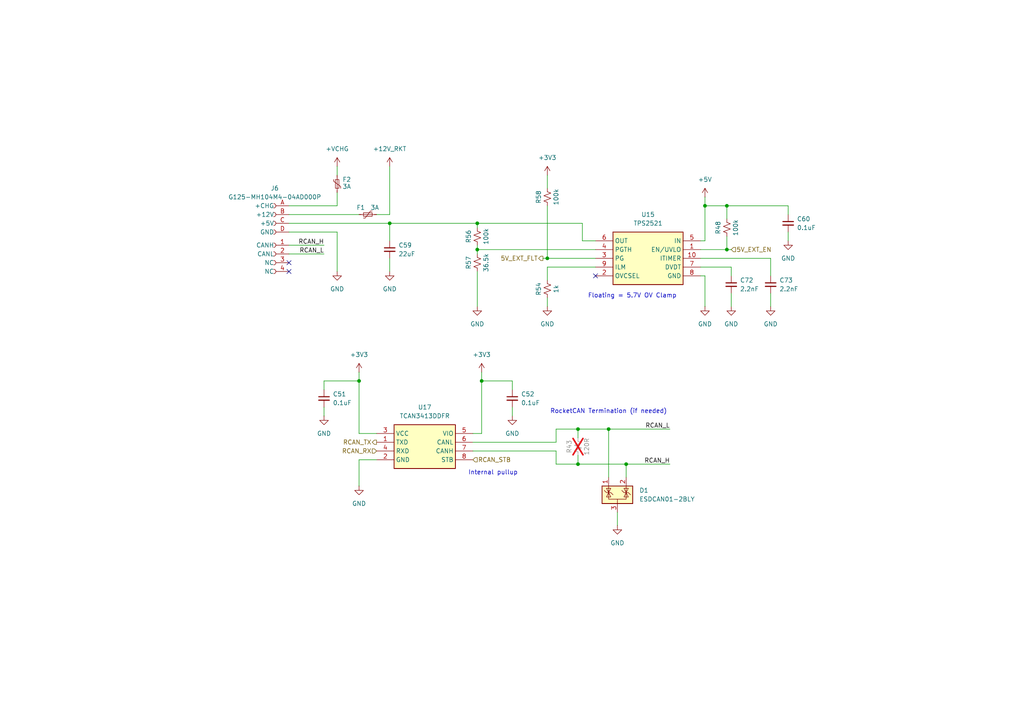
<source format=kicad_sch>
(kicad_sch (version 20250114) (generator "eeschema") (generator_version "9.0")
  (paper "A4")
  (lib_symbols
    (symbol "Device:Polyfuse_Small" (pin_numbers (hide yes)) (pin_names (offset 0))
      (property "Reference" "F" (at -1.905 0 90))
      (property "Value" "Polyfuse_Small" (at 1.905 0 90))
      (symbol "Polyfuse_Small_0_1"
        (polyline (pts (xy -1.016 1.27) (xy -1.016 0.762) (xy 1.016 -0.762) (xy 1.016 -1.27)))
        (rectangle (start -0.508 1.27) (end 0.508 -1.27))
        (polyline (pts (xy 0 2.54) (xy 0 -2.54)))
      )
      (symbol "Polyfuse_Small_1_1"
        (pin passive line (at 0 2.54 270) (length 0.635) (name "~") (number "1"))
        (pin passive line (at 0 -2.54 90) (length 0.635) (name "~") (number "2"))
      )
    )
    (symbol "Device_Custom:C_Small" (pin_numbers (hide yes)) (pin_names (offset 0.254) (hide yes))
      (property "Reference" "C" (at 0.254 1.778 0))
      (property "Value" "C_Small" (at 0.254 -2.032 0))
      (symbol "C_Small_0_1"
        (polyline (pts (xy -1.524 0.508) (xy 1.524 0.508)) (stroke (width 0.3048)))
        (polyline (pts (xy -1.524 -0.508) (xy 1.524 -0.508)) (stroke (width 0.3302)))
      )
      (symbol "C_Small_1_1"
        (pin passive line (at 0 2.54 270) (length 2.032) (name "~") (number "1"))
        (pin passive line (at 0 -2.54 90) (length 2.032) (name "~") (number "2"))
      )
    )
    (symbol "Device_Custom:R_Small_US" (pin_numbers (hide yes)) (pin_names (offset 0.254) (hide yes))
      (property "Reference" "R" (at 0.762 0.508 0))
      (property "Value" "R_Small_US" (at 0.762 -1.016 0))
      (symbol "R_Small_US_1_1"
        (polyline (pts (xy 0 1.524) (xy 1.016 1.143) (xy 0 0.762) (xy -1.016 0.381) (xy 0 0)))
        (polyline (pts (xy 0 0) (xy 1.016 -0.381) (xy 0 -0.762) (xy -1.016 -1.143) (xy 0 -1.524)))
        (pin passive line (at 0 2.54 270) (length 1.016) (name "~") (number "1"))
        (pin passive line (at 0 -2.54 90) (length 1.016) (name "~") (number "2"))
      )
    )
    (symbol "Power_Protection:NUP2105L" (pin_names (hide yes))
      (property "Reference" "D" (at 5.715 2.54 0))
      (property "Value" "NUP2105L" (at 5.715 0.635 0))
      (symbol "NUP2105L_0_0"
        (pin passive line (at 0 -5.08 90) (length 2.54) (name "A") (number "3"))
      )
      (symbol "NUP2105L_0_1"
        (rectangle (start -4.445 2.54) (end 4.445 -2.54) (stroke (width 0.254)) (fill (type background)))
        (polyline (pts (xy -3.81 1.27) (xy -3.175 0.635) (xy -1.905 0.635) (xy -1.27 0)))
        (polyline (pts (xy -2.54 2.54) (xy -2.54 0.635)))
        (polyline (pts (xy -2.54 0.635) (xy -2.54 -1.27) (xy 2.54 -1.27) (xy 2.54 0.635)))
        (polyline (pts (xy -2.54 0.635) (xy -1.905 -0.635) (xy -3.175 -0.635) (xy -2.54 0.635)))
        (polyline (pts (xy -2.54 0.635) (xy -3.175 1.905) (xy -1.905 1.905) (xy -2.54 0.635) (xy -2.54 1.27)))
        (polyline (pts (xy 0 -1.27) (xy 0 -2.54)))
        (polyline (pts (xy 1.27 1.27) (xy 1.905 0.635) (xy 2.54 0.635) (xy 3.175 0.635) (xy 3.81 0)))
        (polyline (pts (xy 2.54 2.54) (xy 2.54 0.635)))
        (polyline (pts (xy 2.54 0.635) (xy 1.905 -0.635) (xy 3.175 -0.635) (xy 2.54 0.635)))
        (polyline (pts (xy 2.54 0.635) (xy 3.175 1.905) (xy 1.905 1.905) (xy 2.54 0.635)))
      )
      (symbol "NUP2105L_1_1"
        (pin passive line (at -2.54 5.08 270) (length 2.54) (name "K") (number "1"))
        (pin passive line (at 2.54 5.08 270) (length 2.54) (name "K") (number "2"))
      )
    )
    (symbol "canardboard:TCAN3413DDFR"
      (property "Reference" "U" (at 24.13 7.62 0))
      (property "Value" "TCAN3413DDFR" (at 24.13 5.08 0))
      (symbol "TCAN3413DDFR_1_1"
        (rectangle (start 5.08 2.54) (end 22.86 -10.16) (stroke (width 0.254)) (fill (type background)))
        (pin passive line (at 0 0 0) (length 5.08) (name "VCC") (number "3"))
        (pin passive line (at 0 -2.54 0) (length 5.08) (name "TXD") (number "1"))
        (pin passive line (at 0 -5.08 0) (length 5.08) (name "RXD") (number "4"))
        (pin passive line (at 0 -7.62 0) (length 5.08) (name "GND") (number "2"))
        (pin passive line (at 27.94 0 180) (length 5.08) (name "VIO") (number "5"))
        (pin passive line (at 27.94 -2.54 180) (length 5.08) (name "CANL") (number "6"))
        (pin passive line (at 27.94 -5.08 180) (length 5.08) (name "CANH") (number "7"))
        (pin passive line (at 27.94 -7.62 180) (length 5.08) (name "STB") (number "8"))
      )
    )
    (symbol "canardboard:TPS2521"
      (property "Reference" "U" (at 8.89 7.366 0))
      (property "Value" "TPS2521" (at 8.89 4.826 0))
      (symbol "TPS2521_1_1"
        (rectangle (start 5.08 2.54) (end 25.4 -12.7) (stroke (width 0.254)) (fill (type background)))
        (pin passive line (at 0 0 0) (length 5.08) (name "IN") (number "5"))
        (pin passive line (at 0 -2.54 0) (length 5.08) (name "EN/UVLO") (number "1"))
        (pin passive line (at 0 -5.08 0) (length 5.08) (name "ITIMER") (number "10"))
        (pin passive line (at 0 -7.62 0) (length 5.08) (name "DVDT") (number "7"))
        (pin passive line (at 0 -10.16 0) (length 5.08) (name "GND") (number "8"))
        (pin passive line (at 30.48 0 180) (length 5.08) (name "OUT") (number "6"))
        (pin passive line (at 30.48 -2.54 180) (length 5.08) (name "PGTH") (number "4"))
        (pin passive line (at 30.48 -5.08 180) (length 5.08) (name "PG") (number "3"))
        (pin passive line (at 30.48 -7.62 180) (length 5.08) (name "ILM") (number "9"))
        (pin passive line (at 30.48 -10.16 180) (length 5.08) (name "OVCSEL") (number "2"))
      )
    )
    (symbol "canhw:G125-MH104M4-04AD000P"
      (property "Reference" "J" (at 0 2.032 0))
      (property "Value" "G125-MH104M4-04AD000P" (at 0 0 0))
      (symbol "G125-MH104M4-04AD000P_0_1"
        (arc (start -1.905 -3.175) (mid -1.27 -3.81) (end -1.905 -4.445))
        (arc (start -1.905 -5.715) (mid -1.27 -6.35) (end -1.905 -6.985))
        (arc (start -1.905 -8.255) (mid -1.27 -8.89) (end -1.905 -9.525))
        (arc (start -1.905 -10.795) (mid -1.27 -11.43) (end -1.905 -12.065))
        (arc (start -1.905 -14.605) (mid -1.27 -15.24) (end -1.905 -15.875))
        (arc (start -1.905 -17.145) (mid -1.27 -17.78) (end -1.905 -18.415))
        (arc (start -1.905 -19.685) (mid -1.27 -20.32) (end -1.905 -20.955))
        (arc (start -1.905 -22.225) (mid -1.27 -22.86) (end -1.905 -23.495))
      )
      (symbol "G125-MH104M4-04AD000P_1_1"
        (pin input line (at 2.54 -3.81 180) (length 3.81) (name "+CHG") (number "A"))
        (pin input line (at 2.54 -6.35 180) (length 3.81) (name "+12V") (number "B"))
        (pin input line (at 2.54 -8.89 180) (length 3.81) (name "+5V") (number "C"))
        (pin input line (at 2.54 -11.43 180) (length 3.81) (name "GND") (number "D"))
        (pin input line (at 2.54 -15.24 180) (length 3.81) (name "CANH") (number "1"))
        (pin input line (at 2.54 -17.78 180) (length 3.81) (name "CANL") (number "2"))
        (pin input line (at 2.54 -20.32 180) (length 3.81) (name "NC") (number "3"))
        (pin input line (at 2.54 -22.86 180) (length 3.81) (name "NC") (number "4"))
      )
    )
    (symbol "power:+3V3" (power) (pin_numbers (hide yes)) (pin_names (offset 0) (hide yes))
      (property "Value" "+3V3" (at 0 3.556 0))
      (symbol "+3V3_0_1"
        (polyline (pts (xy -0.762 1.27) (xy 0 2.54)))
        (polyline (pts (xy 0 2.54) (xy 0.762 1.27)))
        (polyline (pts (xy 0 0) (xy 0 2.54)))
      )
      (symbol "+3V3_1_1"
        (pin power_in line (at 0 0 90) (length 0) (name "~") (number "1"))
      )
    )
    (symbol "power:+5V" (power) (pin_numbers (hide yes)) (pin_names (offset 0) (hide yes))
      (property "Value" "+5V" (at 0 3.556 0))
      (symbol "+5V_0_1"
        (polyline (pts (xy -0.762 1.27) (xy 0 2.54)))
        (polyline (pts (xy 0 2.54) (xy 0.762 1.27)))
        (polyline (pts (xy 0 0) (xy 0 2.54)))
      )
      (symbol "+5V_1_1"
        (pin power_in line (at 0 0 90) (length 0) (name "~") (number "1"))
      )
    )
    (symbol "power:GND" (power) (pin_numbers (hide yes)) (pin_names (offset 0) (hide yes))
      (property "Value" "GND" (at 0 -3.81 0))
      (symbol "GND_0_1"
        (polyline (pts (xy 0 0) (xy 0 -1.27) (xy 1.27 -1.27) (xy 0 -2.54) (xy -1.27 -1.27) (xy 0 -1.27)))
      )
      (symbol "GND_1_1"
        (pin power_in line (at 0 0 270) (length 0) (name "~") (number "1"))
      )
    )
  )
  (text "Floating = 5.7V OV Clamp" (at 183.388 85.852 0) (effects (font (size 1.27 1.27))))
  (text "RocketCAN Termination (if needed)" (at 176.53 119.38 0) (effects (font (size 1.27 1.27))))
  (text "Internal pullup" (at 143.002 137.16 0) (effects (font (size 1.27 1.27))))
  (junction (at 138.43 64.77))
  (junction (at 138.43 72.39))
  (junction (at 167.64 134.62))
  (junction (at 176.53 124.46))
  (junction (at 210.82 59.69))
  (junction (at 204.47 59.69))
  (junction (at 181.61 134.62))
  (junction (at 113.03 64.77))
  (junction (at 158.75 74.93))
  (junction (at 167.64 124.46))
  (junction (at 104.14 110.49))
  (junction (at 139.7 110.49))
  (junction (at 210.82 72.39))
  (no_connect (at 83.82 78.74))
  (no_connect (at 172.72 80.01))
  (no_connect (at 83.82 76.2))
  (wire (pts (xy 204.47 57.15) (xy 204.47 59.69)))
  (wire (pts (xy 168.91 69.85) (xy 168.91 64.77)))
  (wire (pts (xy 93.98 110.49) (xy 104.14 110.49)))
  (wire (pts (xy 158.75 50.8) (xy 158.75 54.61)))
  (wire (pts (xy 138.43 64.77) (xy 138.43 66.04)))
  (wire (pts (xy 161.29 124.46) (xy 167.64 124.46)))
  (wire (pts (xy 204.47 59.69) (xy 204.47 69.85)))
  (wire (pts (xy 167.64 134.62) (xy 181.61 134.62)))
  (wire (pts (xy 113.03 48.26) (xy 113.03 62.23)))
  (wire (pts (xy 203.2 72.39) (xy 210.82 72.39)))
  (wire (pts (xy 158.75 59.69) (xy 158.75 74.93)))
  (wire (pts (xy 158.75 77.47) (xy 172.72 77.47)))
  (wire (pts (xy 167.64 132.08) (xy 167.64 134.62)))
  (wire (pts (xy 93.98 113.03) (xy 93.98 110.49)))
  (wire (pts (xy 104.14 107.95) (xy 104.14 110.49)))
  (wire (pts (xy 109.22 62.23) (xy 113.03 62.23)))
  (wire (pts (xy 168.91 64.77) (xy 138.43 64.77)))
  (wire (pts (xy 203.2 69.85) (xy 204.47 69.85)))
  (wire (pts (xy 203.2 80.01) (xy 204.47 80.01)))
  (wire (pts (xy 139.7 107.95) (xy 139.7 110.49)))
  (wire (pts (xy 161.29 128.27) (xy 161.29 124.46)))
  (wire (pts (xy 161.29 130.81) (xy 161.29 134.62)))
  (wire (pts (xy 138.43 78.74) (xy 138.43 88.9)))
  (wire (pts (xy 97.79 67.31) (xy 97.79 78.74)))
  (wire (pts (xy 228.6 62.23) (xy 228.6 59.69)))
  (wire (pts (xy 137.16 128.27) (xy 161.29 128.27)))
  (wire (pts (xy 104.14 133.35) (xy 104.14 140.97)))
  (wire (pts (xy 204.47 59.69) (xy 210.82 59.69)))
  (wire (pts (xy 148.59 110.49) (xy 148.59 113.03)))
  (wire (pts (xy 172.72 74.93) (xy 158.75 74.93)))
  (wire (pts (xy 176.53 124.46) (xy 176.53 138.43)))
  (wire (pts (xy 161.29 134.62) (xy 167.64 134.62)))
  (wire (pts (xy 83.82 59.69) (xy 97.79 59.69)))
  (wire (pts (xy 158.75 86.36) (xy 158.75 88.9)))
  (wire (pts (xy 203.2 74.93) (xy 223.52 74.93)))
  (wire (pts (xy 210.82 72.39) (xy 212.09 72.39)))
  (wire (pts (xy 203.2 77.47) (xy 212.09 77.47)))
  (wire (pts (xy 228.6 67.31) (xy 228.6 69.85)))
  (wire (pts (xy 167.64 124.46) (xy 176.53 124.46)))
  (wire (pts (xy 104.14 125.73) (xy 109.22 125.73)))
  (wire (pts (xy 113.03 64.77) (xy 113.03 69.85)))
  (wire (pts (xy 181.61 134.62) (xy 194.31 134.62)))
  (wire (pts (xy 212.09 77.47) (xy 212.09 80.01)))
  (wire (pts (xy 137.16 130.81) (xy 161.29 130.81)))
  (wire (pts (xy 83.82 62.23) (xy 104.14 62.23)))
  (wire (pts (xy 83.82 67.31) (xy 97.79 67.31)))
  (wire (pts (xy 179.07 148.59) (xy 179.07 152.4)))
  (wire (pts (xy 223.52 74.93) (xy 223.52 80.01)))
  (wire (pts (xy 109.22 133.35) (xy 104.14 133.35)))
  (wire (pts (xy 210.82 59.69) (xy 228.6 59.69)))
  (wire (pts (xy 176.53 124.46) (xy 194.31 124.46)))
  (wire (pts (xy 167.64 124.46) (xy 167.64 127)))
  (wire (pts (xy 181.61 134.62) (xy 181.61 138.43)))
  (wire (pts (xy 83.82 73.66) (xy 93.98 73.66)))
  (wire (pts (xy 104.14 110.49) (xy 104.14 125.73)))
  (wire (pts (xy 223.52 85.09) (xy 223.52 88.9)))
  (wire (pts (xy 158.75 81.28) (xy 158.75 77.47)))
  (wire (pts (xy 210.82 68.58) (xy 210.82 72.39)))
  (wire (pts (xy 138.43 64.77) (xy 113.03 64.77)))
  (wire (pts (xy 204.47 80.01) (xy 204.47 88.9)))
  (wire (pts (xy 172.72 72.39) (xy 138.43 72.39)))
  (wire (pts (xy 172.72 69.85) (xy 168.91 69.85)))
  (wire (pts (xy 210.82 63.5) (xy 210.82 59.69)))
  (wire (pts (xy 93.98 118.11) (xy 93.98 120.65)))
  (wire (pts (xy 83.82 64.77) (xy 113.03 64.77)))
  (wire (pts (xy 139.7 110.49) (xy 148.59 110.49)))
  (wire (pts (xy 97.79 55.88) (xy 97.79 59.69)))
  (wire (pts (xy 157.48 74.93) (xy 158.75 74.93)))
  (wire (pts (xy 113.03 74.93) (xy 113.03 78.74)))
  (wire (pts (xy 138.43 72.39) (xy 138.43 73.66)))
  (wire (pts (xy 137.16 125.73) (xy 139.7 125.73)))
  (wire (pts (xy 139.7 110.49) (xy 139.7 125.73)))
  (wire (pts (xy 138.43 71.12) (xy 138.43 72.39)))
  (wire (pts (xy 83.82 71.12) (xy 93.98 71.12)))
  (wire (pts (xy 97.79 48.26) (xy 97.79 50.8)))
  (wire (pts (xy 212.09 85.09) (xy 212.09 88.9)))
  (wire (pts (xy 148.59 118.11) (xy 148.59 120.65)))
  (label "RCAN_H" (at 93.98 71.12 180))
  (label "RCAN_H" (at 194.31 134.62 180))
  (label "RCAN_L" (at 194.31 124.46 180))
  (label "RCAN_L" (at 93.98 73.66 180))
  (hierarchical_label "5V_EXT_FLT" (shape output) (at 157.48 74.93 180))
  (hierarchical_label "RCAN_TX" (shape output) (at 109.22 128.27 180))
  (hierarchical_label "RCAN_RX" (shape input) (at 109.22 130.81 180))
  (hierarchical_label "5V_EXT_EN" (shape input) (at 212.09 72.39 0))
  (hierarchical_label "RCAN_STB" (shape input) (at 137.16 133.35 0))
  (symbol (lib_id "Device_Custom:R_Small_US") (at 167.64 129.54 0) (unit 1) (dnp yes)
    (property "Reference" "R43" (at 165.1 129.54 90))
    (property "Value" "120R" (at 170.18 129.54 90))
    (property "Footprint" "Resistor_SMD:R_0402_1005Metric" (effects (hide yes)))
    (property "Description" "Resistor, small US symbol" (effects (hide yes)))
    (property "LCSC Part #" "C17630" (effects (hide yes)))
  )
  (symbol (lib_id "power:GND") (at 204.47 88.9 0) (unit 1)
    (property "Reference" "#PWR0122" (effects (hide yes)))
    (property "Value" "GND" (at 204.47 93.98 0))
    (property "Description" "Power symbol creates a global label with name \"GND\" , ground" (effects (hide yes)))
  )
  (symbol (lib_id "Device_Custom:C_Small") (at 223.52 82.55 0) (mirror y) (unit 1)
    (property "Reference" "C73" (at 226.06 81.2862 0) (effects (justify right)))
    (property "Value" "2.2nF" (at 226.06 83.8262 0) (effects (justify right)))
    (property "Footprint" "Capacitor_SMD:C_0402_1005Metric" (effects (hide yes)))
    (property "Description" "Unpolarized capacitor, small symbol" (effects (hide yes)))
    (property "LCSC Part #" "C49678" (effects (hide yes)))
  )
  (symbol (lib_id "Device_Custom:R_Small_US") (at 158.75 83.82 0) (unit 1)
    (property "Reference" "R54" (at 156.21 83.82 90))
    (property "Value" "1k" (at 161.29 83.82 90))
    (property "Footprint" "Resistor_SMD:R_0402_1005Metric" (effects (hide yes)))
    (property "Description" "Resistor, small US symbol" (effects (hide yes)))
    (property "LCSC Part #" "C17630" (effects (hide yes)))
  )
  (symbol (lib_id "canhw:G125-MH104M4-04AD000P") (at 81.28 55.88 0) (unit 1)
    (property "Reference" "J6" (at 79.6925 54.61 0))
    (property "Value" "G125-MH104M4-04AD000P" (at 79.6925 57.15 0))
    (property "Footprint" "canhw_footprints:connector_Harwin_G125-MH104M4-04AD000P" (effects (hide yes)))
    (property "Datasheet" "https://content.harwin.com/m/91a65d72bc24bdea/original/DRG-03150-Technical-Drawing-Datasheet-G125-MH1XXM4-XXAD000P-pdf.pdf" (effects (hide yes)))
    (property "Description" "4+4 Pos. Male Horizontal Throughboard Conn. Screw-Lok Board Mount" (effects (hide yes)))
  )
  (symbol (lib_id "Device_Custom:C_Small") (at 148.59 115.57 0) (mirror y) (unit 1)
    (property "Reference" "C52" (at 151.13 114.3062 0) (effects (justify right)))
    (property "Value" "0.1uF" (at 151.13 116.8462 0) (effects (justify right)))
    (property "Footprint" "Capacitor_SMD:C_0402_1005Metric" (effects (hide yes)))
    (property "Description" "Unpolarized capacitor, small symbol" (effects (hide yes)))
    (property "LCSC Part #" "C49678" (effects (hide yes)))
  )
  (symbol (lib_id "power:GND") (at 97.79 78.74 0) (unit 1)
    (property "Reference" "#PWR033" (effects (hide yes)))
    (property "Value" "GND" (at 97.79 83.82 0))
    (property "Description" "Power symbol creates a global label with name \"GND\" , ground" (effects (hide yes)))
  )
  (symbol (lib_id "power:GND") (at 212.09 88.9 0) (unit 1)
    (property "Reference" "#PWR0158" (effects (hide yes)))
    (property "Value" "GND" (at 212.09 93.98 0))
    (property "Description" "Power symbol creates a global label with name \"GND\" , ground" (effects (hide yes)))
  )
  (symbol (lib_id "power:GND") (at 104.14 140.97 0) (unit 1)
    (property "Reference" "#PWR0103" (effects (hide yes)))
    (property "Value" "GND" (at 104.14 146.05 0))
    (property "Description" "Power symbol creates a global label with name \"GND\" , ground" (effects (hide yes)))
  )
  (symbol (lib_id "power:GND") (at 148.59 120.65 0) (unit 1)
    (property "Reference" "#PWR0105" (effects (hide yes)))
    (property "Value" "GND" (at 148.59 125.73 0))
    (property "Description" "Power symbol creates a global label with name \"GND\" , ground" (effects (hide yes)))
  )
  (symbol (lib_id "power:GND") (at 179.07 152.4 0) (unit 1)
    (property "Reference" "#PWR0125" (effects (hide yes)))
    (property "Value" "GND" (at 179.07 157.48 0))
    (property "Description" "Power symbol creates a global label with name \"GND\" , ground" (effects (hide yes)))
  )
  (symbol (lib_id "Device_Custom:R_Small_US") (at 210.82 66.04 0) (unit 1)
    (property "Reference" "R48" (at 208.28 66.04 90))
    (property "Value" "100k" (at 213.36 66.04 90))
    (property "Footprint" "Resistor_SMD:R_0402_1005Metric" (effects (hide yes)))
    (property "Description" "Resistor, small US symbol" (effects (hide yes)))
    (property "LCSC Part #" "C17630" (effects (hide yes)))
  )
  (symbol (lib_id "power:+3V3") (at 158.75 50.8 0) (unit 1)
    (property "Reference" "#PWR0162" (effects (hide yes)))
    (property "Value" "+3V3" (at 158.75 45.72 0))
    (property "Description" "Power symbol creates a global label with name \"+3V3\"" (effects (hide yes)))
  )
  (symbol (lib_id "power:GND") (at 223.52 88.9 0) (unit 1)
    (property "Reference" "#PWR0159" (effects (hide yes)))
    (property "Value" "GND" (at 223.52 93.98 0))
    (property "Description" "Power symbol creates a global label with name \"GND\" , ground" (effects (hide yes)))
  )
  (symbol (lib_id "Device_Custom:R_Small_US") (at 138.43 68.58 0) (unit 1)
    (property "Reference" "R56" (at 135.89 68.58 90))
    (property "Value" "100k" (at 140.97 68.58 90))
    (property "Footprint" "Resistor_SMD:R_0402_1005Metric" (effects (hide yes)))
    (property "Description" "Resistor, small US symbol" (effects (hide yes)))
    (property "LCSC Part #" "C17630" (effects (hide yes)))
  )
  (symbol (lib_id "power:+5V") (at 113.03 48.26 0) (unit 1)
    (property "Reference" "#PWR035" (effects (hide yes)))
    (property "Value" "+12V_RKT" (at 113.03 43.18 0))
    (property "Description" "Power symbol creates a global label with name \"+5V\"" (effects (hide yes)))
  )
  (symbol (lib_id "power:+5V") (at 97.79 48.26 0) (unit 1)
    (property "Reference" "#PWR034" (effects (hide yes)))
    (property "Value" "+VCHG" (at 97.79 43.18 0))
    (property "Description" "Power symbol creates a global label with name \"+5V\"" (effects (hide yes)))
  )
  (symbol (lib_id "power:+3V3") (at 104.14 107.95 0) (unit 1)
    (property "Reference" "#PWR0100" (effects (hide yes)))
    (property "Value" "+3V3" (at 104.14 102.87 0))
    (property "Description" "Power symbol creates a global label with name \"+3V3\"" (effects (hide yes)))
  )
  (symbol (lib_id "Device:Polyfuse_Small") (at 106.68 62.23 270) (unit 1)
    (property "Reference" "F1" (at 103.378 60.198 90) (effects (justify left)))
    (property "Value" "3A" (at 107.442 60.198 90) (effects (justify left)))
    (property "Footprint" "Fuse:Fuse_0805_2012Metric" (effects (hide yes)))
    (property "Description" "Resettable fuse, polymeric positive temperature coefficient, small symbol" (effects (hide yes)))
  )
  (symbol (lib_id "power:+3V3") (at 139.7 107.95 0) (unit 1)
    (property "Reference" "#PWR0104" (effects (hide yes)))
    (property "Value" "+3V3" (at 139.7 102.87 0))
    (property "Description" "Power symbol creates a global label with name \"+3V3\"" (effects (hide yes)))
  )
  (symbol (lib_id "Device_Custom:R_Small_US") (at 138.43 76.2 0) (unit 1)
    (property "Reference" "R57" (at 135.89 76.2 90))
    (property "Value" "36.5k" (at 140.97 76.2 90))
    (property "Footprint" "Resistor_SMD:R_0402_1005Metric" (effects (hide yes)))
    (property "Description" "Resistor, small US symbol" (effects (hide yes)))
    (property "LCSC Part #" "C17630" (effects (hide yes)))
  )
  (symbol (lib_id "power:+5V") (at 204.47 57.15 0) (unit 1)
    (property "Reference" "#PWR0123" (effects (hide yes)))
    (property "Value" "+5V" (at 204.47 52.07 0))
    (property "Description" "Power symbol creates a global label with name \"+5V\"" (effects (hide yes)))
  )
  (symbol (lib_id "Device_Custom:R_Small_US") (at 158.75 57.15 0) (unit 1)
    (property "Reference" "R58" (at 156.21 57.15 90))
    (property "Value" "100k" (at 161.29 57.15 90))
    (property "Footprint" "Resistor_SMD:R_0402_1005Metric" (effects (hide yes)))
    (property "Description" "Resistor, small US symbol" (effects (hide yes)))
    (property "LCSC Part #" "C17630" (effects (hide yes)))
  )
  (symbol (lib_id "Device:Polyfuse_Small") (at 97.79 53.34 0) (unit 1)
    (property "Reference" "F2" (at 99.314 52.07 0) (effects (justify left)))
    (property "Value" "3A" (at 99.314 54.102 0) (effects (justify left)))
    (property "Footprint" "Fuse:Fuse_0805_2012Metric" (effects (hide yes)))
    (property "Description" "Resettable fuse, polymeric positive temperature coefficient, small symbol" (effects (hide yes)))
  )
  (symbol (lib_id "Device_Custom:C_Small") (at 228.6 64.77 0) (mirror y) (unit 1)
    (property "Reference" "C60" (at 231.14 63.5062 0) (effects (justify right)))
    (property "Value" "0.1uF" (at 231.14 66.0462 0) (effects (justify right)))
    (property "Footprint" "Capacitor_SMD:C_0402_1005Metric" (effects (hide yes)))
    (property "Description" "Unpolarized capacitor, small symbol" (effects (hide yes)))
    (property "LCSC Part #" "C49678" (effects (hide yes)))
  )
  (symbol (lib_id "Device_Custom:C_Small") (at 212.09 82.55 0) (mirror y) (unit 1)
    (property "Reference" "C72" (at 214.63 81.2862 0) (effects (justify right)))
    (property "Value" "2.2nF" (at 214.63 83.8262 0) (effects (justify right)))
    (property "Footprint" "Capacitor_SMD:C_0402_1005Metric" (effects (hide yes)))
    (property "Description" "Unpolarized capacitor, small symbol" (effects (hide yes)))
    (property "LCSC Part #" "C49678" (effects (hide yes)))
  )
  (symbol (lib_id "canardboard:TPS2521") (at 203.2 69.85 0) (mirror y) (unit 1)
    (property "Reference" "U15" (at 187.96 62.23 0))
    (property "Value" "TPS2521" (at 187.96 64.77 0))
    (property "Footprint" "canardboard:TPS2521" (effects (hide yes)))
    (property "Datasheet" "https://www.ti.com/lit/ds/symlink/tps2521.pdf?ts=1625110620252&ref_url=https%253A%252F%252Fwww.ti.com%252Fstore%252Fti%252Fen%252Fp%252Fproduct%252F%253Fp%253DTPS25210LRPWR" (effects (hide yes)))
    (property "Height" "1" (effects (hide yes)))
    (property "Mouser Part Number" "595-TPS25210LRPWR" (effects (hide yes)))
    (property "Mouser Price/Stock" "https://www.mouser.co.uk/ProductDetail/Texas-Instruments/TPS25210LRPWR?qs=QNEnbhJQKvbqyY4uolLfgw%3D%3D" (effects (hide yes)))
    (property "Manufacturer_Name" "Texas Instruments" (effects (hide yes)))
    (property "Manufacturer_Part_Number" "TPS25210LRPWR" (effects (hide yes)))
  )
  (symbol (lib_id "canardboard:TCAN3413DDFR") (at 109.22 125.73 0) (unit 1)
    (property "Reference" "U17" (at 123.19 118.11 0))
    (property "Value" "TCAN3413DDFR" (at 123.19 120.65 0))
    (property "Footprint" "canardboard:TCAN3413DDFR" (effects (hide yes)))
    (property "Datasheet" "https://www.ti.com/lit/gpn/tcan3413" (effects (hide yes)))
    (property "Height" "1.1" (effects (hide yes)))
    (property "Mouser Part Number" "595-TCAN3413DDFR" (effects (hide yes)))
    (property "Mouser Price/Stock" "https://www.mouser.co.uk/ProductDetail/Texas-Instruments/TCAN3413DDFR?qs=HFfMDpzxxd24T7a%252BDNN43w%3D%3D" (effects (hide yes)))
    (property "Manufacturer_Name" "Texas Instruments" (effects (hide yes)))
    (property "Manufacturer_Part_Number" "TCAN3413DDFR" (effects (hide yes)))
  )
  (symbol (lib_id "power:GND") (at 228.6 69.85 0) (unit 1)
    (property "Reference" "#PWR0124" (effects (hide yes)))
    (property "Value" "GND" (at 228.6 74.93 0))
    (property "Description" "Power symbol creates a global label with name \"GND\" , ground" (effects (hide yes)))
  )
  (symbol (lib_id "Device_Custom:C_Small") (at 93.98 115.57 0) (mirror y) (unit 1)
    (property "Reference" "C51" (at 96.52 114.3062 0) (effects (justify right)))
    (property "Value" "0.1uF" (at 96.52 116.8462 0) (effects (justify right)))
    (property "Footprint" "Capacitor_SMD:C_0402_1005Metric" (effects (hide yes)))
    (property "Description" "Unpolarized capacitor, small symbol" (effects (hide yes)))
    (property "LCSC Part #" "C49678" (effects (hide yes)))
  )
  (symbol (lib_id "Power_Protection:NUP2105L") (at 179.07 143.51 0) (unit 1)
    (property "Reference" "D1" (at 185.42 142.2399 0) (effects (justify left)))
    (property "Value" "ESDCAN01-2BLY" (at 185.42 144.7799 0) (effects (justify left)))
    (property "Footprint" "Package_TO_SOT_SMD:SOT-23" (effects (hide yes)))
    (property "Datasheet" "https://www.st.com/content/ccc/resource/technical/document/datasheet/bc/49/a4/52/df/2c/45/b4/DM00207446.pdf/files/DM00207446.pdf/jcr:content/translations/en.DM00207446.pdf" (effects (hide yes)))
    (property "Description" "Automotive dual-line TVS in SOT23-3L for CAN bus (12 V system)" (effects (hide yes)))
  )
  (symbol (lib_id "power:GND") (at 138.43 88.9 0) (unit 1)
    (property "Reference" "#PWR0161" (effects (hide yes)))
    (property "Value" "GND" (at 138.43 93.98 0))
    (property "Description" "Power symbol creates a global label with name \"GND\" , ground" (effects (hide yes)))
  )
  (symbol (lib_id "power:GND") (at 93.98 120.65 0) (unit 1)
    (property "Reference" "#PWR099" (effects (hide yes)))
    (property "Value" "GND" (at 93.98 125.73 0))
    (property "Description" "Power symbol creates a global label with name \"GND\" , ground" (effects (hide yes)))
  )
  (symbol (lib_id "Device_Custom:C_Small") (at 113.03 72.39 0) (mirror y) (unit 1)
    (property "Reference" "C59" (at 115.57 71.1262 0) (effects (justify right)))
    (property "Value" "22uF" (at 115.57 73.6662 0) (effects (justify right)))
    (property "Description" "Unpolarized capacitor, small symbol" (effects (hide yes)))
    (property "LCSC Part #" "C49678" (effects (hide yes)))
  )
  (symbol (lib_id "power:GND") (at 113.03 78.74 0) (unit 1)
    (property "Reference" "#PWR0121" (effects (hide yes)))
    (property "Value" "GND" (at 113.03 83.82 0))
    (property "Description" "Power symbol creates a global label with name \"GND\" , ground" (effects (hide yes)))
  )
  (symbol (lib_id "power:GND") (at 158.75 88.9 0) (unit 1)
    (property "Reference" "#PWR0160" (effects (hide yes)))
    (property "Value" "GND" (at 158.75 93.98 0))
    (property "Description" "Power symbol creates a global label with name \"GND\" , ground" (effects (hide yes)))
  )
)
</source>
